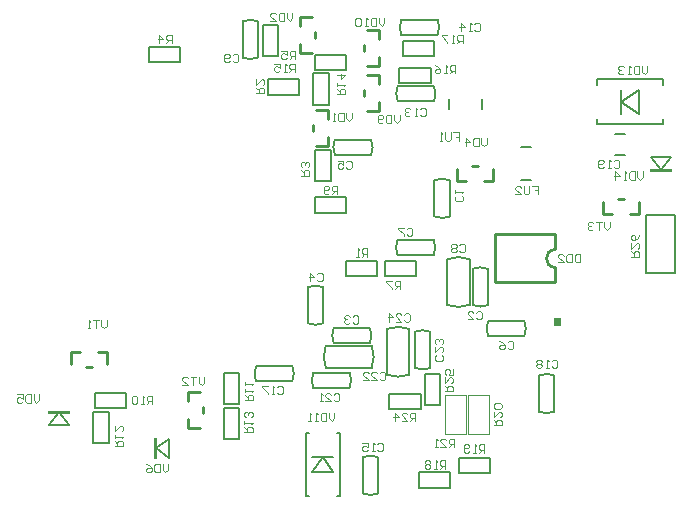
<source format=gbo>
G04 Layer_Color=32896*
%FSLAX24Y24*%
%MOIN*%
G70*
G01*
G75*
%ADD10C,0.0079*%
%ADD30C,0.0100*%
%ADD65C,0.0070*%
%ADD67C,0.0050*%
%ADD68C,0.0070*%
%ADD69C,0.0039*%
%ADD107C,0.0067*%
G36*
X27102Y28260D02*
X26382D01*
Y28370D01*
X27102D01*
Y28260D01*
D02*
G37*
G36*
X30027Y26746D02*
X29917D01*
Y27466D01*
X30027D01*
Y26746D01*
D02*
G37*
G36*
X47171Y36325D02*
X46451D01*
Y36435D01*
X47171D01*
Y36325D01*
D02*
G37*
G36*
X43492Y31189D02*
X43242D01*
Y31439D01*
X43492D01*
Y31189D01*
D02*
G37*
D10*
X26412Y27890D02*
X27072D01*
X26412D02*
X26742Y28320D01*
X27072Y27890D01*
X30397Y26776D02*
Y27436D01*
X29967Y27106D02*
X30397Y26776D01*
X29967Y27106D02*
X30397Y27436D01*
X36112Y25531D02*
Y27618D01*
X34970Y25531D02*
Y27618D01*
X36004D02*
X36112D01*
X34970D02*
X35079D01*
X36004Y25531D02*
X36112D01*
X34970D02*
X35079D01*
X46481Y36805D02*
X47141D01*
X46811Y36375D02*
X47141Y36805D01*
X46481D02*
X46811Y36375D01*
X44675Y37913D02*
X46880D01*
X44675Y39409D02*
X46880D01*
Y37913D02*
Y38100D01*
Y39222D02*
Y39409D01*
X44675Y37913D02*
Y38100D01*
Y39222D02*
Y39409D01*
X40837Y38415D02*
Y38770D01*
X39734Y38415D02*
Y38770D01*
X42136Y37165D02*
X42490D01*
X42136Y36063D02*
X42490D01*
D30*
X43292Y33739D02*
G03*
X43292Y33139I0J-300D01*
G01*
Y32639D02*
Y33139D01*
X41292Y32639D02*
Y34239D01*
X43292D01*
X41292Y32639D02*
X43292D01*
Y33739D02*
Y34239D01*
X35225Y37672D02*
Y37872D01*
X35725Y37172D02*
Y37472D01*
X35325Y37172D02*
X35725D01*
Y38072D02*
Y38372D01*
X35325D02*
X35725D01*
X37008Y38363D02*
X37408D01*
X36908Y38863D02*
Y39063D01*
X37408Y39263D02*
Y39563D01*
X37008D02*
X37408D01*
Y38363D02*
Y38663D01*
X37008Y39839D02*
X37408D01*
X36908Y40339D02*
Y40539D01*
X37408Y40739D02*
Y41039D01*
X37008D02*
X37408D01*
Y39839D02*
Y40139D01*
X35287Y40780D02*
Y40980D01*
X34787Y41180D02*
Y41480D01*
X35187D01*
X34787Y40280D02*
Y40580D01*
Y40280D02*
X35187D01*
X28330Y29921D02*
Y30321D01*
X27630Y29821D02*
X27830D01*
X27130Y30321D02*
X27430D01*
X27130Y29921D02*
Y30321D01*
X28030D02*
X28330D01*
X31037Y28999D02*
X31437D01*
X31537Y28299D02*
Y28499D01*
X31037Y27799D02*
Y28099D01*
Y27799D02*
X31437D01*
X31037Y28699D02*
Y28999D01*
X44879Y34935D02*
Y35335D01*
X45379Y35435D02*
X45579D01*
X45779Y34935D02*
X46079D01*
Y35335D01*
X44879Y34935D02*
X45179D01*
X40007Y36027D02*
Y36427D01*
X40507Y36527D02*
X40707D01*
X40907Y36027D02*
X41207D01*
Y36427D01*
X40007Y36027D02*
X40307D01*
D65*
X39772Y36047D02*
G03*
X39262Y36046I-255J-609D01*
G01*
Y34839D02*
G03*
X39772Y34839I256J608D01*
G01*
X38028Y34064D02*
G03*
X38028Y33553I609J-255D01*
G01*
X39235D02*
G03*
X39236Y34064I-608J256D01*
G01*
X40533Y31886D02*
G03*
X41043Y31887I255J609D01*
G01*
Y33094D02*
G03*
X40533Y33094I-256J-608D01*
G01*
X39246Y38672D02*
G03*
X39245Y39183I-609J255D01*
G01*
X38038D02*
G03*
X38038Y38672I608J-256D01*
G01*
X39364Y40887D02*
G03*
X39363Y41397I-609J255D01*
G01*
X38156D02*
G03*
X38156Y40887I608J-256D01*
G01*
X35941Y37400D02*
G03*
X35942Y36890I609J-255D01*
G01*
X37149D02*
G03*
X37149Y37400I-608J256D01*
G01*
X33375Y41342D02*
G03*
X32864Y41342I-255J-609D01*
G01*
Y40135D02*
G03*
X33375Y40134I256J608D01*
G01*
X39123Y30998D02*
G03*
X38612Y30997I-255J-609D01*
G01*
Y29790D02*
G03*
X39123Y29790I256J608D01*
G01*
X36431Y29125D02*
G03*
X36430Y29636I-609J255D01*
G01*
X35223D02*
G03*
X35223Y29125I608J-256D01*
G01*
X34521Y29342D02*
G03*
X34521Y29852I-609J255D01*
G01*
X33314D02*
G03*
X33313Y29342I608J-256D01*
G01*
X36871Y25607D02*
G03*
X37382Y25607I255J609D01*
G01*
Y26814D02*
G03*
X36871Y26814I-256J-608D01*
G01*
X42747Y28333D02*
G03*
X43258Y28334I255J609D01*
G01*
Y29540D02*
G03*
X42747Y29541I-256J-608D01*
G01*
X41050Y31357D02*
G03*
X41050Y30847I609J-255D01*
G01*
X42257D02*
G03*
X42257Y31357I-608J256D01*
G01*
X35041Y31276D02*
G03*
X35551Y31276I255J609D01*
G01*
Y32483D02*
G03*
X35041Y32484I-256J-608D01*
G01*
X37110Y30611D02*
G03*
X37109Y31122I-609J255D01*
G01*
X35902D02*
G03*
X35902Y30611I608J-256D01*
G01*
X36319Y34970D02*
Y35482D01*
X35275Y34970D02*
Y35482D01*
Y34970D02*
X36319D01*
X35275Y35482D02*
X36319D01*
X39773Y34843D02*
Y36043D01*
X39262Y34843D02*
Y36044D01*
X38032Y34064D02*
X39232D01*
X38031Y33553D02*
X39232D01*
X40532Y31890D02*
Y33090D01*
X41043Y31889D02*
Y33090D01*
X32756Y27412D02*
Y28455D01*
X32244Y27412D02*
Y28455D01*
X32756D01*
X32244Y27412D02*
X32756D01*
X32244Y29626D02*
X32756D01*
X32244Y28583D02*
X32756D01*
Y29626D01*
X32244Y28583D02*
Y29626D01*
X38042Y38672D02*
X39242D01*
X38042Y39183D02*
X39242D01*
X39134Y39272D02*
Y39783D01*
X38090Y39272D02*
Y39783D01*
Y39272D02*
X39134D01*
X38090Y39783D02*
X39134D01*
X38160Y40887D02*
X39360D01*
X38160Y41398D02*
X39361D01*
X39242Y40177D02*
Y40689D01*
X38199Y40177D02*
Y40689D01*
Y40177D02*
X39242D01*
X38199Y40689D02*
X39242D01*
X35945Y37401D02*
X37145D01*
X35945Y36890D02*
X37145D01*
X35285Y36014D02*
X35797D01*
X35285Y37057D02*
X35797D01*
X35285Y36014D02*
Y37057D01*
X35797Y36014D02*
Y37057D01*
X35226Y38563D02*
X35738D01*
X35226Y39606D02*
X35738D01*
X35226Y38563D02*
Y39606D01*
X35738Y38563D02*
Y39606D01*
X36309Y39705D02*
Y40217D01*
X35266Y39705D02*
Y40217D01*
Y39705D02*
X36309D01*
X35266Y40217D02*
X36309D01*
X33701Y38898D02*
Y39409D01*
X34744Y38898D02*
Y39409D01*
X33701D02*
X34744D01*
X33701Y38898D02*
X34744D01*
X33375Y40138D02*
Y41338D01*
X32864Y40138D02*
Y41339D01*
X33533Y41230D02*
X34045D01*
X33533Y40187D02*
X34045D01*
Y41230D01*
X33533Y40187D02*
Y41230D01*
X29744Y39980D02*
Y40492D01*
X30788Y39980D02*
Y40492D01*
X29744D02*
X30788D01*
X29744Y39980D02*
X30788D01*
X39123Y29794D02*
Y30994D01*
X38612Y29794D02*
Y30994D01*
X38947Y28553D02*
X39459D01*
X38947Y29597D02*
X39459D01*
X38947Y28553D02*
Y29597D01*
X39459Y28553D02*
Y29597D01*
X38799Y28415D02*
Y28927D01*
X37756Y28415D02*
Y28927D01*
Y28415D02*
X38799D01*
X37756Y28927D02*
X38799D01*
X35227Y29125D02*
X36427D01*
X35227Y29636D02*
X36428D01*
X33317Y29341D02*
X34517D01*
X33317Y29852D02*
X34518D01*
X36871Y25611D02*
Y26811D01*
X37382Y25610D02*
Y26811D01*
X39793Y25797D02*
Y26309D01*
X38750Y25797D02*
Y26309D01*
Y25797D02*
X39793D01*
X38750Y26309D02*
X39793D01*
X41122Y26289D02*
Y26801D01*
X40079Y26289D02*
Y26801D01*
Y26289D02*
X41122D01*
X40079Y26801D02*
X41122D01*
X42747Y28337D02*
Y29537D01*
X43258Y28336D02*
Y29537D01*
X27894Y27293D02*
X28406D01*
X27894Y28337D02*
X28406D01*
X27894Y27293D02*
Y28337D01*
X28406Y27293D02*
Y28337D01*
X28976Y28445D02*
Y28957D01*
X27933Y28445D02*
Y28957D01*
Y28445D02*
X28976D01*
X27933Y28957D02*
X28976D01*
X37598Y33366D02*
X38642D01*
X37598Y32854D02*
X38642D01*
X37598D02*
Y33366D01*
X38642Y32854D02*
Y33366D01*
X41054Y31357D02*
X42254D01*
X41053Y30846D02*
X42254D01*
X35040Y31280D02*
Y32480D01*
X35551Y31279D02*
Y32480D01*
X37352Y32854D02*
Y33366D01*
X36309Y32854D02*
Y33366D01*
Y32854D02*
X37352D01*
X36309Y33366D02*
X37352D01*
X35906Y30611D02*
X37106D01*
X35906Y31122D02*
X37107D01*
D67*
X35541Y26825D02*
X35891Y26325D01*
X35191D02*
X35541Y26825D01*
X35191D02*
X35891D01*
X35191Y26325D02*
X35891D01*
X45478Y38661D02*
X46078Y39061D01*
X45478Y38661D02*
X46078Y38261D01*
Y39061D01*
X45478Y38261D02*
Y39061D01*
D68*
X40430Y33418D02*
G03*
X39688Y33418I-371J-1004D01*
G01*
X39690Y31888D02*
G03*
X40430Y31889I369J1026D01*
G01*
X37680Y29564D02*
G03*
X38422Y29564I371J1004D01*
G01*
X38421Y31094D02*
G03*
X37680Y31093I-369J-1026D01*
G01*
X37168Y29786D02*
G03*
X37168Y30529I-1004J371D01*
G01*
X35638Y30527D02*
G03*
X35639Y29786I1026J-369D01*
G01*
X40429Y31894D02*
Y33414D01*
X39689Y31894D02*
Y33414D01*
X37681Y29568D02*
Y31088D01*
X38421Y29568D02*
Y31088D01*
X35644Y29787D02*
X37164D01*
X35644Y30527D02*
X37164D01*
X46311Y32967D02*
Y34897D01*
X47271Y32967D02*
Y34897D01*
X46311Y32967D02*
X47271D01*
X46311Y34897D02*
X47271D01*
D69*
X40378Y27571D02*
X41079D01*
X40378Y28886D02*
X41079D01*
X40378Y27571D02*
Y28886D01*
X41079Y27571D02*
Y28886D01*
X39600Y27571D02*
X40301D01*
X39600Y28886D02*
X40301D01*
X39600Y27571D02*
Y28886D01*
X40301Y27571D02*
Y28886D01*
X45108Y34655D02*
Y34472D01*
X45016Y34380D01*
X44925Y34472D01*
Y34655D01*
X44833D02*
X44649D01*
X44741D01*
Y34380D01*
X44557Y34610D02*
X44511Y34655D01*
X44420D01*
X44374Y34610D01*
Y34564D01*
X44420Y34518D01*
X44465D01*
X44420D01*
X44374Y34472D01*
Y34426D01*
X44420Y34380D01*
X44511D01*
X44557Y34426D01*
X31594Y29488D02*
Y29304D01*
X31503Y29213D01*
X31411Y29304D01*
Y29488D01*
X31319D02*
X31135D01*
X31227D01*
Y29213D01*
X30860D02*
X31043D01*
X30860Y29396D01*
Y29442D01*
X30906Y29488D01*
X30998D01*
X31043Y29442D01*
X28343Y31382D02*
Y31198D01*
X28251Y31106D01*
X28159Y31198D01*
Y31382D01*
X28067D02*
X27884D01*
X27976D01*
Y31106D01*
X27792D02*
X27700D01*
X27746D01*
Y31382D01*
X27792Y31336D01*
X35925Y28297D02*
Y28113D01*
X35833Y28022D01*
X35742Y28113D01*
Y28297D01*
X35650D02*
Y28022D01*
X35512D01*
X35466Y28068D01*
Y28251D01*
X35512Y28297D01*
X35650D01*
X35374Y28022D02*
X35282D01*
X35328D01*
Y28297D01*
X35374Y28251D01*
X35145Y28022D02*
X35053D01*
X35099D01*
Y28297D01*
X35145Y28251D01*
X46211Y36338D02*
Y36155D01*
X46119Y36063D01*
X46027Y36155D01*
Y36338D01*
X45935D02*
Y36063D01*
X45797D01*
X45751Y36109D01*
Y36293D01*
X45797Y36338D01*
X45935D01*
X45660Y36063D02*
X45568D01*
X45614D01*
Y36338D01*
X45660Y36293D01*
X45292Y36063D02*
Y36338D01*
X45430Y36201D01*
X45246D01*
X30384Y26585D02*
Y26401D01*
X30292Y26309D01*
X30200Y26401D01*
Y26585D01*
X30108D02*
Y26309D01*
X29971D01*
X29925Y26355D01*
Y26539D01*
X29971Y26585D01*
X30108D01*
X29649D02*
X29741Y26539D01*
X29833Y26447D01*
Y26355D01*
X29787Y26309D01*
X29695D01*
X29649Y26355D01*
Y26401D01*
X29695Y26447D01*
X29833D01*
X37589Y41466D02*
Y41283D01*
X37497Y41191D01*
X37405Y41283D01*
Y41466D01*
X37313D02*
Y41191D01*
X37175D01*
X37129Y41237D01*
Y41421D01*
X37175Y41466D01*
X37313D01*
X37038Y41191D02*
X36946D01*
X36992D01*
Y41466D01*
X37038Y41421D01*
X36808D02*
X36762Y41466D01*
X36670D01*
X36624Y41421D01*
Y41237D01*
X36670Y41191D01*
X36762D01*
X36808Y41237D01*
Y41421D01*
X38100Y38228D02*
Y38045D01*
X38009Y37953D01*
X37917Y38045D01*
Y38228D01*
X37825D02*
Y37953D01*
X37687D01*
X37641Y37999D01*
Y38182D01*
X37687Y38228D01*
X37825D01*
X37549Y37999D02*
X37503Y37953D01*
X37412D01*
X37366Y37999D01*
Y38182D01*
X37412Y38228D01*
X37503D01*
X37549Y38182D01*
Y38136D01*
X37503Y38091D01*
X37366D01*
X26083Y28907D02*
Y28724D01*
X25991Y28632D01*
X25899Y28724D01*
Y28907D01*
X25807D02*
Y28632D01*
X25669D01*
X25624Y28678D01*
Y28861D01*
X25669Y28907D01*
X25807D01*
X25348D02*
X25532D01*
Y28770D01*
X25440Y28816D01*
X25394D01*
X25348Y28770D01*
Y28678D01*
X25394Y28632D01*
X25486D01*
X25532Y28678D01*
X36506Y38297D02*
Y38113D01*
X36414Y38022D01*
X36322Y38113D01*
Y38297D01*
X36230D02*
Y38022D01*
X36093D01*
X36047Y38068D01*
Y38251D01*
X36093Y38297D01*
X36230D01*
X35955Y38022D02*
X35863D01*
X35909D01*
Y38297D01*
X35955Y38251D01*
X34528Y41624D02*
Y41440D01*
X34436Y41348D01*
X34344Y41440D01*
Y41624D01*
X34252D02*
Y41348D01*
X34114D01*
X34068Y41394D01*
Y41578D01*
X34114Y41624D01*
X34252D01*
X33793Y41348D02*
X33977D01*
X33793Y41532D01*
Y41578D01*
X33839Y41624D01*
X33931D01*
X33977Y41578D01*
X41007Y37448D02*
Y37264D01*
X40915Y37172D01*
X40823Y37264D01*
Y37448D01*
X40731D02*
Y37172D01*
X40593D01*
X40548Y37218D01*
Y37402D01*
X40593Y37448D01*
X40731D01*
X40318Y37172D02*
Y37448D01*
X40456Y37310D01*
X40272D01*
X39596Y29016D02*
X39872D01*
Y29153D01*
X39826Y29199D01*
X39734D01*
X39688Y29153D01*
Y29016D01*
Y29108D02*
X39596Y29199D01*
Y29475D02*
Y29291D01*
X39780Y29475D01*
X39826D01*
X39872Y29429D01*
Y29337D01*
X39826Y29291D01*
X39872Y29750D02*
Y29567D01*
X39734D01*
X39780Y29659D01*
Y29704D01*
X39734Y29750D01*
X39642D01*
X39596Y29704D01*
Y29613D01*
X39642Y29567D01*
X40925Y26969D02*
Y27244D01*
X40787D01*
X40741Y27198D01*
Y27106D01*
X40787Y27060D01*
X40925D01*
X40833D02*
X40741Y26969D01*
X40650D02*
X40558D01*
X40604D01*
Y27244D01*
X40650Y27198D01*
X40420Y27014D02*
X40374Y26969D01*
X40282D01*
X40236Y27014D01*
Y27198D01*
X40282Y27244D01*
X40374D01*
X40420Y27198D01*
Y27152D01*
X40374Y27106D01*
X40236D01*
X39626Y26437D02*
Y26713D01*
X39488D01*
X39442Y26667D01*
Y26575D01*
X39488Y26529D01*
X39626D01*
X39534D02*
X39442Y26437D01*
X39350D02*
X39259D01*
X39305D01*
Y26713D01*
X39350Y26667D01*
X39121D02*
X39075Y26713D01*
X38983D01*
X38937Y26667D01*
Y26621D01*
X38983Y26575D01*
X38937Y26529D01*
Y26483D01*
X38983Y26437D01*
X39075D01*
X39121Y26483D01*
Y26529D01*
X39075Y26575D01*
X39121Y26621D01*
Y26667D01*
X39075Y26575D02*
X38983D01*
X38622Y28022D02*
Y28297D01*
X38484D01*
X38438Y28251D01*
Y28159D01*
X38484Y28113D01*
X38622D01*
X38530D02*
X38438Y28022D01*
X38163D02*
X38347D01*
X38163Y28205D01*
Y28251D01*
X38209Y28297D01*
X38301D01*
X38347Y28251D01*
X37933Y28022D02*
Y28297D01*
X38071Y28159D01*
X37887D01*
X39921Y27156D02*
Y27431D01*
X39784D01*
X39738Y27385D01*
Y27293D01*
X39784Y27247D01*
X39921D01*
X39829D02*
X39738Y27156D01*
X39462D02*
X39646D01*
X39462Y27339D01*
Y27385D01*
X39508Y27431D01*
X39600D01*
X39646Y27385D01*
X39370Y27156D02*
X39278D01*
X39324D01*
Y27431D01*
X39370Y27385D01*
X41229Y27874D02*
X41505D01*
Y28012D01*
X41459Y28058D01*
X41367D01*
X41321Y28012D01*
Y27874D01*
Y27966D02*
X41229Y28058D01*
Y28333D02*
Y28149D01*
X41413Y28333D01*
X41459D01*
X41505Y28287D01*
Y28195D01*
X41459Y28149D01*
Y28425D02*
X41505Y28471D01*
Y28563D01*
X41459Y28609D01*
X41275D01*
X41229Y28563D01*
Y28471D01*
X41275Y28425D01*
X41459D01*
X45817Y33494D02*
X46092D01*
Y33632D01*
X46047Y33678D01*
X45955D01*
X45909Y33632D01*
Y33494D01*
Y33586D02*
X45817Y33678D01*
Y33953D02*
Y33770D01*
X46001Y33953D01*
X46047D01*
X46092Y33907D01*
Y33816D01*
X46047Y33770D01*
X46092Y34229D02*
X46047Y34137D01*
X45955Y34045D01*
X45863D01*
X45817Y34091D01*
Y34183D01*
X45863Y34229D01*
X45909D01*
X45955Y34183D01*
Y34045D01*
X32943Y28711D02*
X33218D01*
Y28848D01*
X33173Y28894D01*
X33081D01*
X33035Y28848D01*
Y28711D01*
Y28802D02*
X32943Y28894D01*
Y28986D02*
Y29078D01*
Y29032D01*
X33218D01*
X33173Y28986D01*
X32943Y29216D02*
Y29308D01*
Y29262D01*
X33218D01*
X33173Y29216D01*
X40197Y40610D02*
Y40886D01*
X40059D01*
X40013Y40840D01*
Y40748D01*
X40059Y40702D01*
X40197D01*
X40105D02*
X40013Y40610D01*
X39921D02*
X39830D01*
X39875D01*
Y40886D01*
X39921Y40840D01*
X39692Y40886D02*
X39508D01*
Y40840D01*
X39692Y40656D01*
Y40610D01*
X34606Y39662D02*
Y39937D01*
X34468D01*
X34423Y39891D01*
Y39799D01*
X34468Y39753D01*
X34606D01*
X34514D02*
X34423Y39662D01*
X34331D02*
X34239D01*
X34285D01*
Y39937D01*
X34331Y39891D01*
X33917Y39937D02*
X34101D01*
Y39799D01*
X34009Y39845D01*
X33963D01*
X33917Y39799D01*
Y39707D01*
X33963Y39662D01*
X34055D01*
X34101Y39707D01*
X28602Y27175D02*
X28878D01*
Y27313D01*
X28832Y27359D01*
X28740D01*
X28694Y27313D01*
Y27175D01*
Y27267D02*
X28602Y27359D01*
Y27451D02*
Y27543D01*
Y27497D01*
X28878D01*
X28832Y27451D01*
X28602Y27864D02*
Y27680D01*
X28786Y27864D01*
X28832D01*
X28878Y27818D01*
Y27726D01*
X28832Y27680D01*
X29852Y28593D02*
Y28868D01*
X29715D01*
X29669Y28822D01*
Y28730D01*
X29715Y28684D01*
X29852D01*
X29761D02*
X29669Y28593D01*
X29577D02*
X29485D01*
X29531D01*
Y28868D01*
X29577Y28822D01*
X29347D02*
X29301Y28868D01*
X29210D01*
X29164Y28822D01*
Y28638D01*
X29210Y28593D01*
X29301D01*
X29347Y28638D01*
Y28822D01*
X39961Y39606D02*
Y39882D01*
X39823D01*
X39777Y39836D01*
Y39744D01*
X39823Y39698D01*
X39961D01*
X39869D02*
X39777Y39606D01*
X39685D02*
X39593D01*
X39639D01*
Y39882D01*
X39685Y39836D01*
X39272Y39882D02*
X39364Y39836D01*
X39456Y39744D01*
Y39652D01*
X39410Y39606D01*
X39318D01*
X39272Y39652D01*
Y39698D01*
X39318Y39744D01*
X39456D01*
X36010Y38910D02*
X36286D01*
Y39048D01*
X36240Y39094D01*
X36148D01*
X36102Y39048D01*
Y38910D01*
Y39002D02*
X36010Y39094D01*
Y39186D02*
Y39277D01*
Y39231D01*
X36286D01*
X36240Y39186D01*
X36010Y39553D02*
X36286D01*
X36148Y39415D01*
Y39599D01*
X34813Y36201D02*
X35089D01*
Y36338D01*
X35043Y36384D01*
X34951D01*
X34905Y36338D01*
Y36201D01*
Y36293D02*
X34813Y36384D01*
X35043Y36476D02*
X35089Y36522D01*
Y36614D01*
X35043Y36660D01*
X34997D01*
X34951Y36614D01*
Y36568D01*
Y36614D01*
X34905Y36660D01*
X34859D01*
X34813Y36614D01*
Y36522D01*
X34859Y36476D01*
X34616Y40089D02*
Y40364D01*
X34478D01*
X34432Y40318D01*
Y40226D01*
X34478Y40180D01*
X34616D01*
X34524D02*
X34432Y40089D01*
X34157Y40364D02*
X34341D01*
Y40226D01*
X34249Y40272D01*
X34203D01*
X34157Y40226D01*
Y40135D01*
X34203Y40089D01*
X34295D01*
X34341Y40135D01*
X33317Y38947D02*
X33592D01*
Y39085D01*
X33547Y39131D01*
X33455D01*
X33409Y39085D01*
Y38947D01*
Y39039D02*
X33317Y39131D01*
Y39406D02*
Y39222D01*
X33501Y39406D01*
X33547D01*
X33592Y39360D01*
Y39268D01*
X33547Y39222D01*
X30502Y40620D02*
Y40896D01*
X30364D01*
X30318Y40850D01*
Y40758D01*
X30364Y40712D01*
X30502D01*
X30410D02*
X30318Y40620D01*
X30089D02*
Y40896D01*
X30226Y40758D01*
X30043D01*
X37018Y33504D02*
Y33779D01*
X36880D01*
X36834Y33734D01*
Y33642D01*
X36880Y33596D01*
X37018D01*
X36926D02*
X36834Y33504D01*
X36742D02*
X36650D01*
X36696D01*
Y33779D01*
X36742Y33734D01*
X36024Y35591D02*
Y35866D01*
X35886D01*
X35840Y35820D01*
Y35728D01*
X35886Y35682D01*
X36024D01*
X35932D02*
X35840Y35591D01*
X35748Y35636D02*
X35702Y35591D01*
X35610D01*
X35564Y35636D01*
Y35820D01*
X35610Y35866D01*
X35702D01*
X35748Y35820D01*
Y35774D01*
X35702Y35728D01*
X35564D01*
X39895Y37638D02*
X40079D01*
Y37500D01*
X39987D01*
X40079D01*
Y37362D01*
X39803Y37638D02*
Y37408D01*
X39757Y37362D01*
X39665D01*
X39620Y37408D01*
Y37638D01*
X39528Y37362D02*
X39436D01*
X39482D01*
Y37638D01*
X39528Y37592D01*
X42513Y35846D02*
X42697D01*
Y35709D01*
X42605D01*
X42697D01*
Y35571D01*
X42421Y35846D02*
Y35617D01*
X42375Y35571D01*
X42284D01*
X42238Y35617D01*
Y35846D01*
X41962Y35571D02*
X42146D01*
X41962Y35755D01*
Y35800D01*
X42008Y35846D01*
X42100D01*
X42146Y35800D01*
X44114Y33583D02*
Y33307D01*
X43976D01*
X43931Y33353D01*
Y33537D01*
X43976Y33583D01*
X44114D01*
X43839D02*
Y33307D01*
X43701D01*
X43655Y33353D01*
Y33537D01*
X43701Y33583D01*
X43839D01*
X43380Y33307D02*
X43563D01*
X43380Y33491D01*
Y33537D01*
X43425Y33583D01*
X43517D01*
X43563Y33537D01*
X38251Y31563D02*
X38297Y31609D01*
X38389D01*
X38435Y31563D01*
Y31380D01*
X38389Y31334D01*
X38297D01*
X38251Y31380D01*
X37976Y31334D02*
X38160D01*
X37976Y31517D01*
Y31563D01*
X38022Y31609D01*
X38114D01*
X38160Y31563D01*
X37746Y31334D02*
Y31609D01*
X37884Y31471D01*
X37700D01*
X40092Y33871D02*
X40138Y33917D01*
X40230D01*
X40276Y33871D01*
Y33688D01*
X40230Y33642D01*
X40138D01*
X40092Y33688D01*
X40000Y33871D02*
X39954Y33917D01*
X39862D01*
X39816Y33871D01*
Y33825D01*
X39862Y33779D01*
X39816Y33734D01*
Y33688D01*
X39862Y33642D01*
X39954D01*
X40000Y33688D01*
Y33734D01*
X39954Y33779D01*
X40000Y33825D01*
Y33871D01*
X39954Y33779D02*
X39862D01*
X34019Y29147D02*
X34065Y29193D01*
X34157D01*
X34203Y29147D01*
Y28963D01*
X34157Y28917D01*
X34065D01*
X34019Y28963D01*
X33927Y28917D02*
X33835D01*
X33881D01*
Y29193D01*
X33927Y29147D01*
X33698Y29193D02*
X33514D01*
Y29147D01*
X33698Y28963D01*
Y28917D01*
X37356Y27247D02*
X37402Y27293D01*
X37493D01*
X37539Y27247D01*
Y27064D01*
X37493Y27018D01*
X37402D01*
X37356Y27064D01*
X37264Y27018D02*
X37172D01*
X37218D01*
Y27293D01*
X37264Y27247D01*
X36851Y27293D02*
X37034D01*
Y27155D01*
X36942Y27201D01*
X36897D01*
X36851Y27155D01*
Y27064D01*
X36897Y27018D01*
X36988D01*
X37034Y27064D01*
X43163Y30023D02*
X43209Y30069D01*
X43301D01*
X43346Y30023D01*
Y29839D01*
X43301Y29793D01*
X43209D01*
X43163Y29839D01*
X43071Y29793D02*
X42979D01*
X43025D01*
Y30069D01*
X43071Y30023D01*
X42841D02*
X42795Y30069D01*
X42704D01*
X42658Y30023D01*
Y29977D01*
X42704Y29931D01*
X42658Y29885D01*
Y29839D01*
X42704Y29793D01*
X42795D01*
X42841Y29839D01*
Y29885D01*
X42795Y29931D01*
X42841Y29977D01*
Y30023D01*
X42795Y29931D02*
X42704D01*
X39501Y30213D02*
X39547Y30167D01*
Y30075D01*
X39501Y30030D01*
X39318D01*
X39272Y30075D01*
Y30167D01*
X39318Y30213D01*
X39272Y30489D02*
Y30305D01*
X39455Y30489D01*
X39501D01*
X39547Y30443D01*
Y30351D01*
X39501Y30305D01*
Y30581D02*
X39547Y30626D01*
Y30718D01*
X39501Y30764D01*
X39455D01*
X39409Y30718D01*
Y30672D01*
Y30718D01*
X39363Y30764D01*
X39318D01*
X39272Y30718D01*
Y30626D01*
X39318Y30581D01*
X35899Y28901D02*
X35945Y28947D01*
X36037D01*
X36083Y28901D01*
Y28717D01*
X36037Y28671D01*
X35945D01*
X35899Y28717D01*
X35624Y28671D02*
X35807D01*
X35624Y28855D01*
Y28901D01*
X35669Y28947D01*
X35761D01*
X35807Y28901D01*
X35532Y28671D02*
X35440D01*
X35486D01*
Y28947D01*
X35532Y28901D01*
X37434Y29610D02*
X37480Y29655D01*
X37572D01*
X37618Y29610D01*
Y29426D01*
X37572Y29380D01*
X37480D01*
X37434Y29426D01*
X37159Y29380D02*
X37343D01*
X37159Y29564D01*
Y29610D01*
X37205Y29655D01*
X37297D01*
X37343Y29610D01*
X36883Y29380D02*
X37067D01*
X36883Y29564D01*
Y29610D01*
X36929Y29655D01*
X37021D01*
X37067Y29610D01*
X45230Y36686D02*
X45276Y36732D01*
X45367D01*
X45413Y36686D01*
Y36503D01*
X45367Y36457D01*
X45276D01*
X45230Y36503D01*
X45138Y36457D02*
X45046D01*
X45092D01*
Y36732D01*
X45138Y36686D01*
X44908Y36503D02*
X44862Y36457D01*
X44770D01*
X44725Y36503D01*
Y36686D01*
X44770Y36732D01*
X44862D01*
X44908Y36686D01*
Y36640D01*
X44862Y36594D01*
X44725D01*
X40594Y41243D02*
X40640Y41289D01*
X40732D01*
X40778Y41243D01*
Y41060D01*
X40732Y41014D01*
X40640D01*
X40594Y41060D01*
X40502Y41014D02*
X40410D01*
X40456D01*
Y41289D01*
X40502Y41243D01*
X40135Y41014D02*
Y41289D01*
X40272Y41152D01*
X40089D01*
X38783Y38409D02*
X38829Y38455D01*
X38921D01*
X38967Y38409D01*
Y38225D01*
X38921Y38179D01*
X38829D01*
X38783Y38225D01*
X38691Y38179D02*
X38599D01*
X38645D01*
Y38455D01*
X38691Y38409D01*
X38461D02*
X38416Y38455D01*
X38324D01*
X38278Y38409D01*
Y38363D01*
X38324Y38317D01*
X38370D01*
X38324D01*
X38278Y38271D01*
Y38225D01*
X38324Y38179D01*
X38416D01*
X38461Y38225D01*
X36312Y36657D02*
X36358Y36703D01*
X36450D01*
X36496Y36657D01*
Y36473D01*
X36450Y36427D01*
X36358D01*
X36312Y36473D01*
X36037Y36703D02*
X36221D01*
Y36565D01*
X36129Y36611D01*
X36083D01*
X36037Y36565D01*
Y36473D01*
X36083Y36427D01*
X36175D01*
X36221Y36473D01*
X32533Y40210D02*
X32579Y40256D01*
X32671D01*
X32716Y40210D01*
Y40026D01*
X32671Y39980D01*
X32579D01*
X32533Y40026D01*
X32441D02*
X32395Y39980D01*
X32303D01*
X32257Y40026D01*
Y40210D01*
X32303Y40256D01*
X32395D01*
X32441Y40210D01*
Y40164D01*
X32395Y40118D01*
X32257D01*
X35348Y32907D02*
X35394Y32953D01*
X35486D01*
X35531Y32907D01*
Y32723D01*
X35486Y32677D01*
X35394D01*
X35348Y32723D01*
X35118Y32677D02*
Y32953D01*
X35256Y32815D01*
X35072D01*
X41696Y30653D02*
X41742Y30699D01*
X41834D01*
X41880Y30653D01*
Y30469D01*
X41834Y30423D01*
X41742D01*
X41696Y30469D01*
X41421Y30699D02*
X41513Y30653D01*
X41604Y30561D01*
Y30469D01*
X41558Y30423D01*
X41467D01*
X41421Y30469D01*
Y30515D01*
X41467Y30561D01*
X41604D01*
X36529Y31499D02*
X36575Y31545D01*
X36667D01*
X36713Y31499D01*
Y31316D01*
X36667Y31270D01*
X36575D01*
X36529Y31316D01*
X36437Y31499D02*
X36391Y31545D01*
X36299D01*
X36253Y31499D01*
Y31453D01*
X36299Y31407D01*
X36345D01*
X36299D01*
X36253Y31362D01*
Y31316D01*
X36299Y31270D01*
X36391D01*
X36437Y31316D01*
X40171Y35528D02*
X40216Y35482D01*
Y35390D01*
X40171Y35344D01*
X39987D01*
X39941Y35390D01*
Y35482D01*
X39987Y35528D01*
X39941Y35620D02*
Y35712D01*
Y35666D01*
X40216D01*
X40171Y35620D01*
X38330Y34422D02*
X38376Y34468D01*
X38468D01*
X38513Y34422D01*
Y34239D01*
X38468Y34193D01*
X38376D01*
X38330Y34239D01*
X38238Y34468D02*
X38054D01*
Y34422D01*
X38238Y34239D01*
Y34193D01*
X40653Y31637D02*
X40699Y31683D01*
X40791D01*
X40837Y31637D01*
Y31453D01*
X40791Y31407D01*
X40699D01*
X40653Y31453D01*
X40377Y31407D02*
X40561D01*
X40377Y31591D01*
Y31637D01*
X40423Y31683D01*
X40515D01*
X40561Y31637D01*
X46358Y39852D02*
Y39669D01*
X46266Y39577D01*
X46175Y39669D01*
Y39852D01*
X46083D02*
Y39577D01*
X45945D01*
X45899Y39623D01*
Y39806D01*
X45945Y39852D01*
X46083D01*
X45807Y39577D02*
X45715D01*
X45761D01*
Y39852D01*
X45807Y39806D01*
X45578D02*
X45532Y39852D01*
X45440D01*
X45394Y39806D01*
Y39760D01*
X45440Y39715D01*
X45486D01*
X45440D01*
X45394Y39669D01*
Y39623D01*
X45440Y39577D01*
X45532D01*
X45578Y39623D01*
X32923Y27638D02*
X33199D01*
Y27776D01*
X33153Y27821D01*
X33061D01*
X33015Y27776D01*
Y27638D01*
Y27730D02*
X32923Y27821D01*
Y27913D02*
Y28005D01*
Y27959D01*
X33199D01*
X33153Y27913D01*
Y28143D02*
X33199Y28189D01*
Y28281D01*
X33153Y28327D01*
X33107D01*
X33061Y28281D01*
Y28235D01*
Y28281D01*
X33015Y28327D01*
X32969D01*
X32923Y28281D01*
Y28189D01*
X32969Y28143D01*
X38121Y32421D02*
Y32697D01*
X37984D01*
X37938Y32651D01*
Y32559D01*
X37984Y32513D01*
X38121D01*
X38029D02*
X37938Y32421D01*
X37846Y32697D02*
X37662D01*
Y32651D01*
X37846Y32467D01*
Y32421D01*
D107*
X45266Y37589D02*
X45620D01*
X45266Y36880D02*
X45620D01*
M02*

</source>
